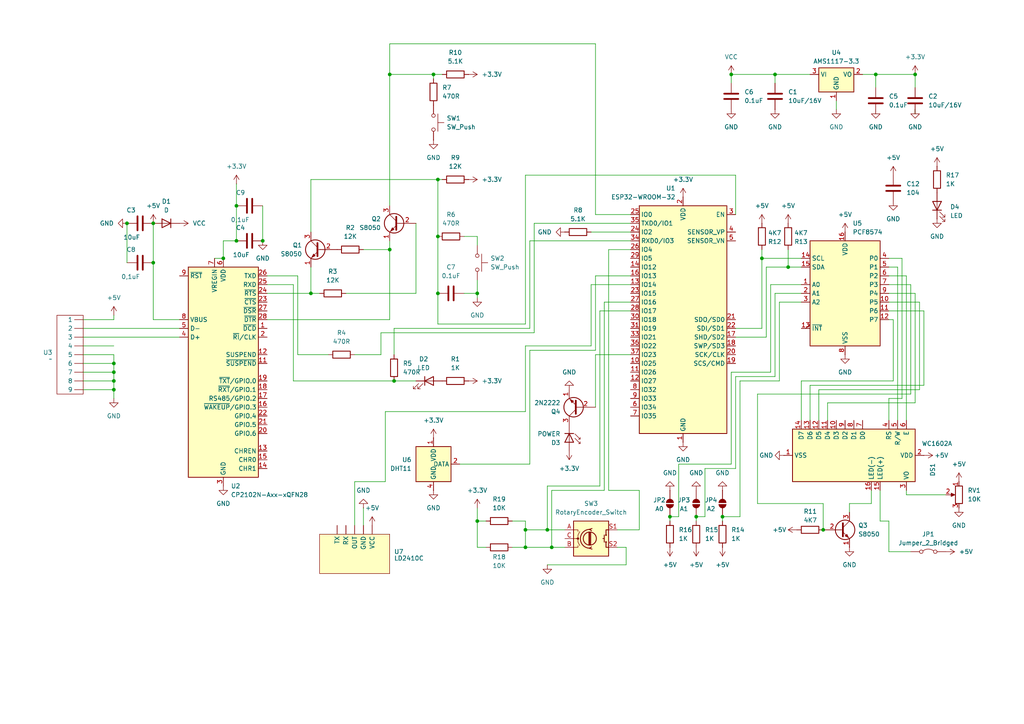
<source format=kicad_sch>
(kicad_sch (version 20231120) (generator "eeschema") (generator_version "8.0")
  (paper "A4")
  (title_block (title "ESP32 IR AC Controller") (date "2024-12-13") (rev "1") (company "Pietro Colombo") (comment 1 "Embedded Systems @ UNIMI") (comment 2 "Course final project"))
  (junction (at 36.83 64.77))
  (junction (at 127 68.58))
  (junction (at 68.58 59.69))
  (junction (at 125.73 21.59))
  (junction (at 68.58 69.85))
  (junction (at 33.02 107.95))
  (junction (at 127 85.09))
  (junction (at 160.02 158.75))
  (junction (at 44.45 76.2))
  (junction (at 113.03 72.39))
  (junction (at 114.3 110.49))
  (junction (at 90.17 85.09))
  (junction (at 254 21.59))
  (junction (at 127 52.07))
  (junction (at 44.45 64.77))
  (junction (at 113.03 21.59))
  (junction (at 138.43 151.13))
  (junction (at 33.02 113.03))
  (junction (at 76.2 69.85))
  (junction (at 212.09 21.59))
  (junction (at 138.43 85.09))
  (junction (at 194.31 149.86))
  (junction (at 33.02 105.41))
  (junction (at 265.43 21.59))
  (junction (at 201.93 149.86))
  (junction (at 33.02 110.49))
  (junction (at 158.75 153.67))
  (junction (at 64.77 74.93))
  (junction (at 238.76 153.67))
  (junction (at 224.79 21.59))
  (junction (at 152.4 158.75))
  (junction (at 152.4 153.67))
  (junction (at 220.98 74.93))
  (junction (at 228.6 77.47))
  (junction (at 209.55 149.86))
  (wire (pts (xy 182.88 62.23) (xy 172.72 62.23)))
  (wire (pts (xy 85.09 110.49) (xy 85.09 82.55)))
  (wire (pts (xy 77.47 92.71) (xy 113.03 92.71)))
  (wire (pts (xy 127 85.09) (xy 127 93.98)))
  (wire (pts (xy 266.7 113.03) (xy 266.7 87.63)))
  (wire (pts (xy 125.73 21.59) (xy 128.27 21.59)))
  (wire (pts (xy 114.3 102.87) (xy 114.3 95.25)))
  (wire (pts (xy 224.79 85.09) (xy 224.79 109.22)))
  (wire (pts (xy 240.03 121.92) (xy 240.03 116.84)))
  (wire (pts (xy 127 52.07) (xy 128.27 52.07)))
  (wire (pts (xy 237.49 121.92) (xy 237.49 113.03)))
  (wire (pts (xy 181.61 163.83) (xy 181.61 158.75)))
  (wire (pts (xy 261.62 115.57) (xy 261.62 74.93)))
  (wire (pts (xy 44.45 64.77) (xy 44.45 76.2)))
  (wire (pts (xy 68.58 59.69) (xy 68.58 69.85)))
  (wire (pts (xy 220.98 72.39) (xy 220.98 74.93)))
  (wire (pts (xy 76.2 59.69) (xy 76.2 69.85)))
  (wire (pts (xy 85.09 82.55) (xy 77.47 82.55)))
  (wire (pts (xy 33.02 107.95) (xy 33.02 110.49)))
  (wire (pts (xy 125.73 22.86) (xy 125.73 21.59)))
  (wire (pts (xy 114.3 110.49) (xy 85.09 110.49)))
  (wire (pts (xy 138.43 85.09) (xy 134.62 85.09)))
  (wire (pts (xy 138.43 147.32) (xy 138.43 151.13)))
  (wire (pts (xy 36.83 64.77) (xy 36.83 76.2)))
  (wire (pts (xy 255.27 151.13) (xy 257.81 151.13)))
  (wire (pts (xy 212.09 24.13) (xy 212.09 21.59)))
  (wire (pts (xy 111.76 119.38) (xy 111.76 139.7)))
  (wire (pts (xy 158.75 153.67) (xy 158.75 140.97)))
  (wire (pts (xy 77.47 80.01) (xy 86.36 80.01)))
  (wire (pts (xy 182.88 82.55) (xy 171.45 82.55)))
  (wire (pts (xy 185.42 153.67) (xy 185.42 142.24)))
  (wire (pts (xy 68.58 69.85) (xy 64.77 69.85)))
  (wire (pts (xy 257.81 121.92) (xy 257.81 115.57)))
  (wire (pts (xy 262.89 143.51) (xy 274.32 143.51)))
  (wire (pts (xy 113.03 72.39) (xy 105.41 72.39)))
  (wire (pts (xy 264.16 82.55) (xy 257.81 82.55)))
  (wire (pts (xy 153.67 69.85) (xy 182.88 69.85)))
  (wire (pts (xy 224.79 109.22) (xy 213.36 109.22)))
  (wire (pts (xy 33.02 105.41) (xy 33.02 107.95)))
  (wire (pts (xy 176.53 142.24) (xy 176.53 72.39)))
  (wire (pts (xy 172.72 80.01) (xy 172.72 101.6)))
  (wire (pts (xy 172.72 118.11) (xy 172.72 102.87)))
  (wire (pts (xy 259.08 92.71) (xy 257.81 92.71)))
  (wire (pts (xy 68.58 53.34) (xy 68.58 59.69)))
  (wire (pts (xy 62.23 74.93) (xy 64.77 74.93)))
  (wire (pts (xy 33.02 113.03) (xy 33.02 115.57)))
  (wire (pts (xy 24.13 102.87) (xy 33.02 102.87)))
  (wire (pts (xy 33.02 92.71) (xy 33.02 91.44)))
  (wire (pts (xy 127 93.98) (xy 152.4 93.98)))
  (wire (pts (xy 148.59 151.13) (xy 152.4 151.13)))
  (wire (pts (xy 265.43 85.09) (xy 257.81 85.09)))
  (wire (pts (xy 24.13 97.79) (xy 52.07 97.79)))
  (wire (pts (xy 254 21.59) (xy 254 25.4)))
  (wire (pts (xy 250.19 21.59) (xy 254 21.59)))
  (wire (pts (xy 267.97 90.17) (xy 257.81 90.17)))
  (wire (pts (xy 213.36 109.22) (xy 213.36 135.89)))
  (wire (pts (xy 219.71 114.3) (xy 264.16 114.3)))
  (wire (pts (xy 152.4 119.38) (xy 111.76 119.38)))
  (wire (pts (xy 138.43 68.58) (xy 138.43 71.12)))
  (wire (pts (xy 113.03 12.7) (xy 113.03 21.59)))
  (wire (pts (xy 114.3 95.25) (xy 153.67 95.25)))
  (wire (pts (xy 90.17 77.47) (xy 90.17 85.09)))
  (wire (pts (xy 234.95 111.76) (xy 267.97 111.76)))
  (wire (pts (xy 223.52 82.55) (xy 223.52 107.95)))
  (wire (pts (xy 152.4 158.75) (xy 160.02 158.75)))
  (wire (pts (xy 232.41 110.49) (xy 259.08 110.49)))
  (wire (pts (xy 196.85 149.86) (xy 194.31 149.86)))
  (wire (pts (xy 140.97 158.75) (xy 138.43 158.75)))
  (wire (pts (xy 153.67 101.6) (xy 172.72 101.6)))
  (wire (pts (xy 64.77 69.85) (xy 64.77 74.93)))
  (wire (pts (xy 259.08 110.49) (xy 259.08 92.71)))
  (wire (pts (xy 134.62 68.58) (xy 138.43 68.58)))
  (wire (pts (xy 232.41 87.63) (xy 226.06 87.63)))
  (wire (pts (xy 173.99 90.17) (xy 182.88 90.17)))
  (wire (pts (xy 173.99 140.97) (xy 173.99 90.17)))
  (wire (pts (xy 179.07 153.67) (xy 185.42 153.67)))
  (wire (pts (xy 154.94 96.52) (xy 154.94 64.77)))
  (wire (pts (xy 260.35 121.92) (xy 260.35 77.47)))
  (wire (pts (xy 242.57 29.21) (xy 242.57 31.75)))
  (wire (pts (xy 257.81 160.02) (xy 264.16 160.02)))
  (wire (pts (xy 194.31 149.86) (xy 194.31 151.13)))
  (wire (pts (xy 224.79 21.59) (xy 224.79 24.13)))
  (wire (pts (xy 266.7 87.63) (xy 257.81 87.63)))
  (wire (pts (xy 220.98 95.25) (xy 213.36 95.25)))
  (wire (pts (xy 212.09 107.95) (xy 212.09 134.62)))
  (wire (pts (xy 240.03 116.84) (xy 265.43 116.84)))
  (wire (pts (xy 105.41 147.32) (xy 105.41 152.4)))
  (wire (pts (xy 261.62 74.93) (xy 257.81 74.93)))
  (wire (pts (xy 234.95 121.92) (xy 234.95 111.76)))
  (wire (pts (xy 24.13 95.25) (xy 52.07 95.25)))
  (wire (pts (xy 232.41 121.92) (xy 232.41 110.49)))
  (wire (pts (xy 24.13 110.49) (xy 33.02 110.49)))
  (wire (pts (xy 160.02 142.24) (xy 175.26 142.24)))
  (wire (pts (xy 152.4 153.67) (xy 158.75 153.67)))
  (wire (pts (xy 209.55 149.86) (xy 209.55 151.13)))
  (wire (pts (xy 102.87 139.7) (xy 102.87 152.4)))
  (wire (pts (xy 52.07 92.71) (xy 44.45 92.71)))
  (wire (pts (xy 201.93 149.86) (xy 201.93 151.13)))
  (wire (pts (xy 232.41 85.09) (xy 224.79 85.09)))
  (wire (pts (xy 222.25 97.79) (xy 222.25 77.47)))
  (wire (pts (xy 214.63 110.49) (xy 214.63 149.86)))
  (wire (pts (xy 181.61 158.75) (xy 179.07 158.75)))
  (wire (pts (xy 138.43 151.13) (xy 140.97 151.13)))
  (wire (pts (xy 204.47 135.89) (xy 204.47 149.86)))
  (wire (pts (xy 158.75 163.83) (xy 181.61 163.83)))
  (wire (pts (xy 77.47 85.09) (xy 90.17 85.09)))
  (wire (pts (xy 90.17 52.07) (xy 127 52.07)))
  (wire (pts (xy 196.85 134.62) (xy 196.85 149.86)))
  (wire (pts (xy 138.43 158.75) (xy 138.43 151.13)))
  (wire (pts (xy 90.17 67.31) (xy 90.17 52.07)))
  (wire (pts (xy 257.81 115.57) (xy 261.62 115.57)))
  (wire (pts (xy 176.53 72.39) (xy 182.88 72.39)))
  (wire (pts (xy 226.06 110.49) (xy 214.63 110.49)))
  (wire (pts (xy 152.4 153.67) (xy 152.4 158.75)))
  (wire (pts (xy 152.4 100.33) (xy 152.4 119.38)))
  (wire (pts (xy 255.27 142.24) (xy 255.27 151.13)))
  (wire (pts (xy 267.97 111.76) (xy 267.97 90.17)))
  (wire (pts (xy 120.65 85.09) (xy 100.33 85.09)))
  (wire (pts (xy 127 52.07) (xy 127 68.58)))
  (wire (pts (xy 234.95 21.59) (xy 224.79 21.59)))
  (wire (pts (xy 113.03 59.69) (xy 113.03 21.59)))
  (wire (pts (xy 254 31.75) (xy 254 33.02)))
  (wire (pts (xy 265.43 21.59) (xy 254 21.59)))
  (wire (pts (xy 113.03 21.59) (xy 125.73 21.59)))
  (wire (pts (xy 232.41 74.93) (xy 220.98 74.93)))
  (wire (pts (xy 228.6 77.47) (xy 232.41 77.47)))
  (wire (pts (xy 33.02 102.87) (xy 33.02 105.41)))
  (wire (pts (xy 252.73 142.24) (xy 252.73 146.05)))
  (wire (pts (xy 172.72 80.01) (xy 182.88 80.01)))
  (wire (pts (xy 213.36 50.8) (xy 213.36 62.23)))
  (wire (pts (xy 265.43 25.4) (xy 265.43 21.59)))
  (wire (pts (xy 33.02 100.33) (xy 24.13 100.33)))
  (wire (pts (xy 102.87 102.87) (xy 110.49 102.87)))
  (wire (pts (xy 110.49 102.87) (xy 110.49 96.52)))
  (wire (pts (xy 160.02 158.75) (xy 163.83 158.75)))
  (wire (pts (xy 228.6 72.39) (xy 228.6 77.47)))
  (wire (pts (xy 113.03 92.71) (xy 113.03 72.39)))
  (wire (pts (xy 111.76 139.7) (xy 102.87 139.7)))
  (wire (pts (xy 153.67 95.25) (xy 153.67 69.85)))
  (wire (pts (xy 90.17 85.09) (xy 92.71 85.09)))
  (wire (pts (xy 154.94 64.77) (xy 182.88 64.77)))
  (wire (pts (xy 171.45 100.33) (xy 152.4 100.33)))
  (wire (pts (xy 213.36 97.79) (xy 222.25 97.79)))
  (wire (pts (xy 232.41 82.55) (xy 223.52 82.55)))
  (wire (pts (xy 172.72 62.23) (xy 172.72 12.7)))
  (wire (pts (xy 133.35 134.62) (xy 153.67 134.62)))
  (wire (pts (xy 86.36 102.87) (xy 95.25 102.87)))
  (wire (pts (xy 223.52 107.95) (xy 212.09 107.95)))
  (wire (pts (xy 171.45 67.31) (xy 182.88 67.31)))
  (wire (pts (xy 44.45 92.71) (xy 44.45 76.2)))
  (wire (pts (xy 238.76 146.05) (xy 238.76 153.67)))
  (wire (pts (xy 113.03 69.85) (xy 113.03 72.39)))
  (wire (pts (xy 138.43 86.36) (xy 138.43 85.09)))
  (wire (pts (xy 160.02 158.75) (xy 160.02 142.24)))
  (wire (pts (xy 213.36 135.89) (xy 204.47 135.89)))
  (wire (pts (xy 257.81 151.13) (xy 257.81 160.02)))
  (wire (pts (xy 212.09 134.62) (xy 196.85 134.62)))
  (wire (pts (xy 246.38 146.05) (xy 246.38 148.59)))
  (wire (pts (xy 226.06 87.63) (xy 226.06 110.49)))
  (wire (pts (xy 152.4 93.98) (xy 152.4 50.8)))
  (wire (pts (xy 214.63 149.86) (xy 209.55 149.86)))
  (wire (pts (xy 172.72 12.7) (xy 113.03 12.7)))
  (wire (pts (xy 237.49 113.03) (xy 266.7 113.03)))
  (wire (pts (xy 158.75 140.97) (xy 173.99 140.97)))
  (wire (pts (xy 158.75 153.67) (xy 163.83 153.67)))
  (wire (pts (xy 175.26 87.63) (xy 182.88 87.63)))
  (wire (pts (xy 238.76 146.05) (xy 219.71 146.05)))
  (wire (pts (xy 262.89 121.92) (xy 262.89 80.01)))
  (wire (pts (xy 204.47 149.86) (xy 201.93 149.86)))
  (wire (pts (xy 152.4 50.8) (xy 213.36 50.8)))
  (wire (pts (xy 262.89 142.24) (xy 262.89 143.51)))
  (wire (pts (xy 175.26 142.24) (xy 175.26 87.63)))
  (wire (pts (xy 172.72 102.87) (xy 182.88 102.87)))
  (wire (pts (xy 252.73 146.05) (xy 246.38 146.05)))
  (wire (pts (xy 24.13 105.41) (xy 33.02 105.41)))
  (wire (pts (xy 260.35 77.47) (xy 257.81 77.47)))
  (wire (pts (xy 212.09 21.59) (xy 224.79 21.59)))
  (wire (pts (xy 110.49 96.52) (xy 154.94 96.52)))
  (wire (pts (xy 24.13 107.95) (xy 33.02 107.95)))
  (wire (pts (xy 262.89 80.01) (xy 257.81 80.01)))
  (wire (pts (xy 265.43 31.75) (xy 265.43 33.02)))
  (wire (pts (xy 219.71 146.05) (xy 219.71 114.3)))
  (wire (pts (xy 220.98 74.93) (xy 220.98 95.25)))
  (wire (pts (xy 33.02 113.03) (xy 24.13 113.03)))
  (wire (pts (xy 24.13 92.71) (xy 33.02 92.71)))
  (wire (pts (xy 264.16 114.3) (xy 264.16 82.55)))
  (wire (pts (xy 148.59 158.75) (xy 152.4 158.75)))
  (wire (pts (xy 153.67 134.62) (xy 153.67 101.6)))
  (wire (pts (xy 171.45 82.55) (xy 171.45 100.33)))
  (wire (pts (xy 138.43 81.28) (xy 138.43 85.09)))
  (wire (pts (xy 120.65 64.77) (xy 120.65 85.09)))
  (wire (pts (xy 185.42 142.24) (xy 176.53 142.24)))
  (wire (pts (xy 265.43 116.84) (xy 265.43 85.09)))
  (wire (pts (xy 222.25 77.47) (xy 228.6 77.47)))
  (wire (pts (xy 127 68.58) (xy 127 85.09)))
  (wire (pts (xy 152.4 151.13) (xy 152.4 153.67)))
  (wire (pts (xy 33.02 110.49) (xy 33.02 113.03)))
  (wire (pts (xy 86.36 80.01) (xy 86.36 102.87)))
  (wire (pts (xy 120.65 110.49) (xy 114.3 110.49)))
  (symbol (lib_id "power:+3.3V") (at 135.89 52.07 270) (unit 1)
    (property "Reference" "#PWR018" (effects (hide yes)))
    (property "Value" "+3.3V" (at 139.7 52.0699 90) (effects (justify left)))
    (property "Description" "Power symbol creates a global label with name \"+3.3V\"" (effects (hide yes)))
  )
  (symbol (lib_id "Device:C") (at 212.09 27.94 0) (unit 1)
    (property "Reference" "C6" (at 215.9 26.6699 0) (effects (justify left)))
    (property "Value" "0.1uF" (at 215.9 29.2099 0) (effects (justify left)))
    (property "Description" "Unpolarized capacitor" (effects (hide yes)))
  )
  (symbol (lib_id "power:GND") (at 198.12 128.27 0) (mirror y) (unit 1)
    (property "Reference" "#PWR011" (effects (hide yes)))
    (property "Value" "GND" (at 198.12 133.35 0))
    (property "Description" "Power symbol creates a global label with name \"GND\" , ground" (effects (hide yes)))
  )
  (symbol (lib_id "power:+5V") (at 278.13 139.7 0) (mirror y) (unit 1)
    (property "Reference" "#PWR034" (effects (hide yes)))
    (property "Value" "+5V" (at 278.13 134.62 0))
    (property "Description" "Power symbol creates a global label with name \"+5V\"" (effects (hide yes)))
  )
  (symbol (lib_id "Jumper:Jumper_2_Bridged") (at 269.24 160.02 0) (unit 1) (exclude_from_sim yes)
    (property "Reference" "JP1" (at 269.24 154.94 0))
    (property "Value" "Jumper_2_Bridged" (at 269.24 157.48 0))
    (property "Description" "Jumper, 2-pole, closed/bridged" (effects (hide yes)))
  )
  (symbol (lib_id "Switch:SW_Push") (at 138.43 76.2 270) (unit 1)
    (property "Reference" "SW2" (at 142.24 74.9299 90) (effects (justify left)))
    (property "Value" "SW_Push" (at 142.24 77.4699 90) (effects (justify left)))
    (property "Description" "Push button switch, generic, two pins" (effects (hide yes)))
  )
  (symbol (lib_id "power:GND") (at 278.13 147.32 0) (mirror y) (unit 1)
    (property "Reference" "#PWR038" (effects (hide yes)))
    (property "Value" "GND" (at 278.13 152.4 0))
    (property "Description" "Power symbol creates a global label with name \"GND\" , ground" (effects (hide yes)))
  )
  (symbol (lib_id "Switch:SW_Push") (at 125.73 35.56 270) (unit 1)
    (property "Reference" "SW1" (at 129.54 34.2899 90) (effects (justify left)))
    (property "Value" "SW_Push" (at 129.54 36.8299 90) (effects (justify left)))
    (property "Description" "Push button switch, generic, two pins" (effects (hide yes)))
  )
  (symbol (lib_id "Device:R") (at 167.64 67.31 90) (unit 1)
    (property "Reference" "R8" (at 167.64 60.96 90))
    (property "Value" "5.1K" (at 167.64 63.5 90))
    (property "Description" "Resistor" (effects (hide yes)))
  )
  (symbol (lib_id "power:GND") (at 125.73 142.24 0) (unit 1)
    (property "Reference" "#PWR050" (effects (hide yes)))
    (property "Value" "GND" (at 125.73 147.32 0))
    (property "Description" "Power symbol creates a global label with name \"GND\" , ground" (effects (hide yes)))
  )
  (symbol (lib_id "power:+5V") (at 259.08 50.8 0) (unit 1)
    (property "Reference" "#PWR026" (effects (hide yes)))
    (property "Value" "+5V" (at 259.08 45.72 0))
    (property "Description" "Power symbol creates a global label with name \"+5V\"" (effects (hide yes)))
  )
  (symbol (lib_id "Device:R") (at 132.08 52.07 90) (unit 1)
    (property "Reference" "R9" (at 132.08 45.72 90))
    (property "Value" "12K" (at 132.08 48.26 90))
    (property "Description" "Resistor" (effects (hide yes)))
  )
  (symbol (lib_id "power:+5V") (at 245.11 67.31 0) (unit 1)
    (property "Reference" "#PWR025" (effects (hide yes)))
    (property "Value" "+5V" (at 245.11 62.23 0))
    (property "Description" "Power symbol creates a global label with name \"+5V\"" (effects (hide yes)))
  )
  (symbol (lib_id "power:GND") (at 259.08 58.42 0) (unit 1)
    (property "Reference" "#PWR039" (effects (hide yes)))
    (property "Value" "GND" (at 259.08 63.5 0))
    (property "Description" "Power symbol creates a global label with name \"GND\" , ground" (effects (hide yes)))
  )
  (symbol (lib_id "power:+5V") (at 194.31 158.75 0) (mirror x) (unit 1)
    (property "Reference" "#PWR027" (effects (hide yes)))
    (property "Value" "+5V" (at 194.31 163.83 0))
    (property "Description" "Power symbol creates a global label with name \"+5V\"" (effects (hide yes)))
  )
  (symbol (lib_id "power:GND") (at 254 31.75 0) (unit 1)
    (property "Reference" "#PWR05" (effects (hide yes)))
    (property "Value" "GND" (at 254 36.83 0))
    (property "Description" "Power symbol creates a global label with name \"GND\" , ground" (effects (hide yes)))
  )
  (symbol (lib_id "power:GND") (at 76.2 69.85 0) (unit 1)
    (property "Reference" "#PWR016" (effects (hide yes)))
    (property "Value" "GND" (at 76.2 74.93 0))
    (property "Description" "Power symbol creates a global label with name \"GND\" , ground" (effects (hide yes)))
  )
  (symbol (lib_id "power:+5V") (at 267.97 132.08 270) (unit 1)
    (property "Reference" "#PWR043" (effects (hide yes)))
    (property "Value" "+5V" (at 273.05 132.08 90))
    (property "Description" "Power symbol creates a global label with name \"+5V\"" (effects (hide yes)))
  )
  (symbol (lib_id "symbols:micro-USB") (at 33.02 96.52 0) (mirror y) (unit 1)
    (property "Reference" "U3" (at 15.24 102.2349 0) (effects (justify left)))
    (property "Value" "~" (at 15.24 104.14 0) (effects (justify left)))
  )
  (symbol (lib_id "power:GND") (at 105.41 147.32 0) (mirror x) (unit 1)
    (property "Reference" "#PWR052" (effects (hide yes)))
    (property "Value" "GND" (at 105.41 142.24 0))
    (property "Description" "Power symbol creates a global label with name \"GND\" , ground" (effects (hide yes)))
  )
  (symbol (lib_id "Interface_Expansion:PCF8574") (at 245.11 85.09 0) (unit 1)
    (property "Reference" "U5" (at 247.3041 64.77 0) (effects (justify left)))
    (property "Value" "PCF8574" (at 247.3041 67.31 0) (effects (justify left)))
    (property "Datasheet" "http://www.nxp.com/docs/en/data-sheet/PCF8574_PCF8574A.pdf" (effects (hide yes)))
    (property "Description" "8 Bit Port/Expander to I2C Bus, DIP/SOIC-16" (effects (hide yes)))
  )
  (symbol (lib_id "Device:R") (at 132.08 21.59 90) (unit 1)
    (property "Reference" "R10" (at 132.08 15.24 90))
    (property "Value" "5.1K" (at 132.08 17.78 90))
    (property "Description" "Resistor" (effects (hide yes)))
  )
  (symbol (lib_id "power:+5V") (at 228.6 64.77 0) (unit 1)
    (property "Reference" "#PWR031" (effects (hide yes)))
    (property "Value" "+5V" (at 228.6 59.69 0))
    (property "Description" "Power symbol creates a global label with name \"+5V\"" (effects (hide yes)))
  )
  (symbol (lib_id "power:GND") (at 265.43 31.75 0) (unit 1)
    (property "Reference" "#PWR06" (effects (hide yes)))
    (property "Value" "GND" (at 265.43 36.83 0))
    (property "Description" "Power symbol creates a global label with name \"GND\" , ground" (effects (hide yes)))
  )
  (symbol (lib_id "power:GND") (at 209.55 142.24 0) (mirror x) (unit 1)
    (property "Reference" "#PWR036" (effects (hide yes)))
    (property "Value" "GND" (at 209.55 137.16 0))
    (property "Description" "Power symbol creates a global label with name \"GND\" , ground" (effects (hide yes)))
  )
  (symbol (lib_id "Device:R") (at 201.93 154.94 0) (unit 1)
    (property "Reference" "R15" (at 204.47 153.6699 0) (effects (justify left)))
    (property "Value" "1K" (at 204.47 156.2099 0) (effects (justify left)))
    (property "Description" "Resistor" (effects (hide yes)))
  )
  (symbol (lib_id "power:+5V") (at 33.02 91.44 0) (mirror y) (unit 1)
    (property "Reference" "#PWR01" (effects (hide yes)))
    (property "Value" "+5V" (at 33.02 86.36 0))
    (property "Description" "Power symbol creates a global label with name \"+5V\"" (effects (hide yes)))
  )
  (symbol (lib_id "power:+3.3V") (at 198.12 57.15 0) (mirror y) (unit 1)
    (property "Reference" "#PWR010" (effects (hide yes)))
    (property "Value" "+3.3V" (at 198.12 52.07 0))
    (property "Description" "Power symbol creates a global label with name \"+3.3V\"" (effects (hide yes)))
  )
  (symbol (lib_id "Device:R") (at 194.31 154.94 0) (unit 1)
    (property "Reference" "R16" (at 196.85 153.6699 0) (effects (justify left)))
    (property "Value" "1K" (at 196.85 156.2099 0) (effects (justify left)))
    (property "Description" "Resistor" (effects (hide yes)))
  )
  (symbol (lib_id "Jumper:SolderJumper_2_Open") (at 201.93 146.05 90) (unit 1) (exclude_from_sim yes) (in_bom no)
    (property "Reference" "JP3" (at 198.374 145.034 90))
    (property "Value" "A1" (at 198.374 147.574 90))
    (property "Description" "Solder Jumper, 2-pole, open" (effects (hide yes)))
  )
  (symbol (lib_id "Device:C") (at 265.43 29.21 0) (unit 1)
    (property "Reference" "C2" (at 269.24 27.9399 0) (effects (justify left)))
    (property "Value" "10uF/16V" (at 269.24 30.4799 0) (effects (justify left)))
    (property "Description" "Unpolarized capacitor" (effects (hide yes)))
  )
  (symbol (lib_id "power:GND") (at 194.31 142.24 0) (mirror x) (unit 1)
    (property "Reference" "#PWR035" (effects (hide yes)))
    (property "Value" "GND" (at 194.31 137.16 0))
    (property "Description" "Power symbol creates a global label with name \"GND\" , ground" (effects (hide yes)))
  )
  (symbol (lib_id "Device:C") (at 72.39 69.85 90) (unit 1)
    (property "Reference" "C4" (at 71.1199 66.04 90) (effects (justify left)))
    (property "Value" "10uF" (at 72.39 73.914 90) (effects (justify left)))
    (property "Description" "Unpolarized capacitor" (effects (hide yes)))
  )
  (symbol (lib_id "Device:R") (at 209.55 154.94 0) (unit 1)
    (property "Reference" "R14" (at 212.09 153.6699 0) (effects (justify left)))
    (property "Value" "1K" (at 212.09 156.2099 0) (effects (justify left)))
    (property "Description" "Resistor" (effects (hide yes)))
  )
  (symbol (lib_id "power:GND") (at 271.78 63.5 0) (unit 1)
    (property "Reference" "#PWR040" (effects (hide yes)))
    (property "Value" "GND" (at 271.78 68.58 0))
    (property "Description" "Power symbol creates a global label with name \"GND\" , ground" (effects (hide yes)))
  )
  (symbol (lib_id "Transistor_BJT:2N2219") (at 167.64 118.11 180) (unit 1)
    (property "Reference" "Q4" (at 162.56 119.3801 0) (effects (justify left)))
    (property "Value" "2N2222" (at 162.56 116.8401 0) (effects (justify left)))
    (property "Footprint" "Package_TO_SOT_THT:TO-39-3" (effects (hide yes)))
    (property "Datasheet" "http://www.onsemi.com/pub_link/Collateral/2N2219-D.PDF" (effects (hide yes)))
    (property "Description" "800mA Ic, 50V Vce, NPN Transistor, TO-39" (effects (hide yes)))
  )
  (symbol (lib_id "power:GND") (at 201.93 142.24 0) (mirror x) (unit 1)
    (property "Reference" "#PWR037" (effects (hide yes)))
    (property "Value" "GND" (at 201.93 137.16 0))
    (property "Description" "Power symbol creates a global label with name \"GND\" , ground" (effects (hide yes)))
  )
  (symbol (lib_id "power:+5V") (at 231.14 153.67 90) (unit 1)
    (property "Reference" "#PWR033" (effects (hide yes)))
    (property "Value" "+5V" (at 226.06 153.67 90))
    (property "Description" "Power symbol creates a global label with name \"+5V\"" (effects (hide yes)))
  )
  (symbol (lib_id "Device:C") (at 254 29.21 0) (unit 1)
    (property "Reference" "C5" (at 257.81 27.9399 0) (effects (justify left)))
    (property "Value" "0.1uF" (at 257.81 30.4799 0) (effects (justify left)))
    (property "Description" "Unpolarized capacitor" (effects (hide yes)))
  )
  (symbol (lib_id "power:+5V") (at 209.55 158.75 0) (mirror x) (unit 1)
    (property "Reference" "#PWR029" (effects (hide yes)))
    (property "Value" "+5V" (at 209.55 163.83 0))
    (property "Description" "Power symbol creates a global label with name \"+5V\"" (effects (hide yes)))
  )
  (symbol (lib_id "power:GND") (at 165.1 113.03 180) (unit 1)
    (property "Reference" "#PWR048" (effects (hide yes)))
    (property "Value" "GND" (at 165.1 107.95 0))
    (property "Description" "Power symbol creates a global label with name \"GND\" , ground" (effects (hide yes)))
  )
  (symbol (lib_id "power:GND") (at 125.73 40.64 0) (unit 1)
    (property "Reference" "#PWR020" (effects (hide yes)))
    (property "Value" "GND" (at 125.73 45.72 0))
    (property "Description" "Power symbol creates a global label with name \"GND\" , ground" (effects (hide yes)))
  )
  (symbol (lib_id "power:+3.3V") (at 135.89 110.49 270) (unit 1)
    (property "Reference" "#PWR022" (effects (hide yes)))
    (property "Value" "+3.3V" (at 139.7 110.4899 90) (effects (justify left)))
    (property "Description" "Power symbol creates a global label with name \"+3.3V\"" (effects (hide yes)))
  )
  (symbol (lib_id "Transistor_BJT:S8050") (at 115.57 64.77 0) (mirror y) (unit 1)
    (property "Reference" "Q2" (at 110.49 63.4999 0) (effects (justify left)))
    (property "Value" "S8050" (at 110.49 66.0399 0) (effects (justify left)))
    (property "Footprint" "Package_TO_SOT_THT:TO-92_Inline" (effects (hide yes)))
    (property "Datasheet" "http://www.unisonic.com.tw/datasheet/S8050.pdf" (effects (hide yes)))
    (property "Description" "0.7A Ic, 20V Vce, Low Voltage High Current NPN Transistor, TO-92" (effects (hide yes)))
  )
  (symbol (lib_id "Display_Character:WC1602A") (at 247.65 132.08 270) (unit 1)
    (property "Reference" "DS1" (at 270.51 134.2741 0) (effects (justify left)))
    (property "Value" "WC1602A" (at 267.335 128.651 90) (effects (justify left)))
    (property "Footprint" "Display:WC1602A" (effects (hide yes)))
    (property "Datasheet" "http://www.wincomlcd.com/pdf/WC1602A-SFYLYHTC06.pdf" (effects (hide yes)))
    (property "Description" "LCD 16x2 Alphanumeric , 8 bit parallel bus, 5V VDD" (effects (hide yes)))
  )
  (symbol (lib_id "power:+5V") (at 271.78 48.26 0) (unit 1)
    (property "Reference" "#PWR044" (effects (hide yes)))
    (property "Value" "+5V" (at 271.78 43.18 0))
    (property "Description" "Power symbol creates a global label with name \"+5V\"" (effects (hide yes)))
  )
  (symbol (lib_id "power:GND") (at 163.83 67.31 270) (unit 1)
    (property "Reference" "#PWR023" (effects (hide yes)))
    (property "Value" "GND" (at 160.02 67.3099 90) (effects (justify right)))
    (property "Description" "Power symbol creates a global label with name \"GND\" , ground" (effects (hide yes)))
  )
  (symbol (lib_id "Device:C") (at 40.64 64.77 90) (unit 1)
    (property "Reference" "C3" (at 39.3699 60.96 90) (effects (justify left)))
    (property "Value" "10uF" (at 40.64 68.834 90) (effects (justify left)))
    (property "Description" "Unpolarized capacitor" (effects (hide yes)))
  )
  (symbol (lib_id "power:VCC") (at 212.09 21.59 0) (unit 1)
    (property "Reference" "#PWR09" (effects (hide yes)))
    (property "Value" "VCC" (at 212.09 16.51 0))
    (property "Description" "Power symbol creates a global label with name \"VCC\"" (effects (hide yes)))
  )
  (symbol (lib_id "power:+5V") (at 274.32 160.02 270) (unit 1)
    (property "Reference" "#PWR032" (effects (hide yes)))
    (property "Value" "+5V" (at 278.13 160.0199 90) (effects (justify left)))
    (property "Description" "Power symbol creates a global label with name \"+5V\"" (effects (hide yes)))
  )
  (symbol (lib_id "Device:R") (at 144.78 151.13 90) (unit 1)
    (property "Reference" "R19" (at 144.78 144.78 90))
    (property "Value" "10K" (at 144.78 147.32 90))
    (property "Description" "Resistor" (effects (hide yes)))
  )
  (symbol (lib_id "Device:R") (at 96.52 85.09 90) (unit 1)
    (property "Reference" "R3" (at 96.52 78.74 90))
    (property "Value" "12K" (at 96.52 81.28 90))
    (property "Description" "Resistor" (effects (hide yes)))
  )
  (symbol (lib_id "power:GND") (at 224.79 31.75 0) (unit 1)
    (property "Reference" "#PWR03" (effects (hide yes)))
    (property "Value" "GND" (at 224.79 36.83 0))
    (property "Description" "Power symbol creates a global label with name \"GND\" , ground" (effects (hide yes)))
  )
  (symbol (lib_id "power:GND") (at 138.43 86.36 0) (unit 1)
    (property "Reference" "#PWR019" (effects (hide yes)))
    (property "Value" "GND" (at 138.43 91.44 0))
    (property "Description" "Power symbol creates a global label with name \"GND\" , ground" (effects (hide yes)))
  )
  (symbol (lib_id "Device:R") (at 271.78 52.07 0) (unit 1)
    (property "Reference" "R17" (at 274.32 50.7999 0) (effects (justify left)))
    (property "Value" "1K" (at 274.32 53.3399 0) (effects (justify left)))
    (property "Description" "Resistor" (effects (hide yes)))
  )
  (symbol (lib_id "Device:RotaryEncoder_Switch") (at 171.45 156.21 0) (unit 1)
    (property "Reference" "SW3" (at 171.45 146.05 0))
    (property "Value" "RotaryEncoder_Switch" (at 171.45 148.59 0))
    (property "Description" "Rotary encoder, dual channel, incremental quadrate outputs, with switch" (effects (hide yes)))
  )
  (symbol (lib_id "RF_Module:ESP32-WROOM-32") (at 198.12 92.71 0) (mirror y) (unit 1)
    (property "Reference" "U1" (at 195.9259 54.61 0) (effects (justify left)))
    (property "Value" "ESP32-WROOM-32" (at 195.9259 57.15 0) (effects (justify left)))
    (property "Footprint" "RF_Module:ESP32-WROOM-32" (effects (hide yes)))
    (property "Datasheet" "https://www.espressif.com/sites/default/files/documentation/esp32-wroom-32_datasheet_en.pdf" (effects (hide yes)))
    (property "Description" "RF Module, ESP32-D0WDQ6 SoC, Wi-Fi 802.11b/g/n, Bluetooth, BLE, 32-bit, 2.7-3.6V, onboard antenna, SMD" (effects (hide yes)))
  )
  (symbol (lib_id "Device:C") (at 224.79 27.94 0) (unit 1)
    (property "Reference" "C1" (at 228.6 26.6699 0) (effects (justify left)))
    (property "Value" "10uF/16V" (at 228.6 29.2099 0) (effects (justify left)))
    (property "Description" "Unpolarized capacitor" (effects (hide yes)))
  )
  (symbol (lib_id "Device:R") (at 99.06 102.87 90) (unit 1)
    (property "Reference" "R4" (at 99.06 96.52 90))
    (property "Value" "470R" (at 99.06 99.06 90))
    (property "Description" "Resistor" (effects (hide yes)))
  )
  (symbol (lib_id "power:+3.3V") (at 165.1 130.81 180) (unit 1)
    (property "Reference" "#PWR047" (effects (hide yes)))
    (property "Value" "+3.3V" (at 165.1 135.89 0))
    (property "Description" "Power symbol creates a global label with name \"+3.3V\"" (effects (hide yes)))
  )
  (symbol (lib_id "power:+3.3V") (at 138.43 147.32 0) (unit 1)
    (property "Reference" "#PWR046" (effects (hide yes)))
    (property "Value" "+3.3V" (at 138.43 142.24 0))
    (property "Description" "Power symbol creates a global label with name \"+3.3V\"" (effects (hide yes)))
  )
  (symbol (lib_id "power:GND") (at 158.75 163.83 0) (unit 1)
    (property "Reference" "#PWR045" (effects (hide yes)))
    (property "Value" "GND" (at 158.75 168.91 0))
    (property "Description" "Power symbol creates a global label with name \"GND\" , ground" (effects (hide yes)))
  )
  (symbol (lib_id "Regulator_Linear:AMS1117-3.3") (at 242.57 21.59 0) (unit 1)
    (property "Reference" "U4" (at 242.57 15.24 0))
    (property "Value" "AMS1117-3.3" (at 242.57 17.78 0))
    (property "Footprint" "Package_TO_SOT_SMD:SOT-223-3_TabPin2" (effects (hide yes)))
    (property "Datasheet" "http://www.advanced-monolithic.com/pdf/ds1117.pdf" (effects (hide yes)))
    (property "Description" "1A Low Dropout regulator, positive, 3.3V fixed output, SOT-223" (effects (hide yes)))
  )
  (symbol (lib_id "power:GND") (at 64.77 140.97 0) (unit 1)
    (property "Reference" "#PWR017" (effects (hide yes)))
    (property "Value" "GND" (at 64.77 146.05 0))
    (property "Description" "Power symbol creates a global label with name \"GND\" , ground" (effects (hide yes)))
  )
  (symbol (lib_id "Device:R") (at 114.3 106.68 0) (unit 1)
    (property "Reference" "R5" (at 116.84 105.4099 0) (effects (justify left)))
    (property "Value" "470R" (at 116.84 107.9499 0) (effects (justify left)))
    (property "Description" "Resistor" (effects (hide yes)))
  )
  (symbol (lib_id "Device:R") (at 228.6 68.58 0) (unit 1)
    (property "Reference" "R13" (at 230.378 70.104 0) (effects (justify left)))
    (property "Value" "4K7" (at 230.378 67.564 0) (effects (justify left)))
    (property "Description" "Resistor" (effects (hide yes)))
  )
  (symbol (lib_id "Sensor:DHT11") (at 125.73 134.62 0) (unit 1)
    (property "Reference" "U6" (at 119.38 133.3499 0) (effects (justify right)))
    (property "Value" "DHT11" (at 119.38 135.8899 0) (effects (justify right)))
    (property "Footprint" "Sensor:Aosong_DHT11_5.5x12.0_P2.54mm" (effects (hide yes)))
    (property "Datasheet" "http://akizukidenshi.com/download/ds/aosong/DHT11.pdf" (effects (hide yes)))
    (property "Description" "3.3V to 5.5V, temperature and humidity module, DHT11" (effects (hide yes)))
  )
  (symbol (lib_id "Device:R") (at 101.6 72.39 90) (unit 1)
    (property "Reference" "R2" (at 101.6 66.04 90))
    (property "Value" "12K" (at 101.6 68.58 90))
    (property "Description" "Resistor" (effects (hide yes)))
  )
  (symbol (lib_id "Interface_USB:CP2102N-Axx-xQFN28") (at 64.77 107.95 0) (unit 1)
    (property "Reference" "U2" (at 66.9641 140.97 0) (effects (justify left)))
    (property "Value" "CP2102N-Axx-xQFN28" (at 66.9641 143.51 0) (effects (justify left)))
    (property "Footprint" "Package_DFN_QFN:QFN-28-1EP_5x5mm_P0.5mm_EP3.35x3.35mm" (effects (hide yes)))
    (property "Datasheet" "https://www.silabs.com/documents/public/data-sheets/cp2102n-datasheet.pdf" (effects (hide yes)))
    (property "Description" "USB to UART master bridge, QFN-28" (effects (hide yes)))
  )
  (symbol (lib_id "Device:C") (at 130.81 85.09 90) (unit 1)
    (property "Reference" "C7" (at 130.81 77.47 90))
    (property "Value" "0.1uF" (at 130.81 80.01 90))
    (property "Description" "Unpolarized capacitor" (effects (hide yes)))
  )
  (symbol (lib_id "power:+5V") (at 220.98 64.77 0) (unit 1)
    (property "Reference" "#PWR030" (effects (hide yes)))
    (property "Value" "+5V" (at 220.98 59.69 0))
    (property "Description" "Power symbol creates a global label with name \"+5V\"" (effects (hide yes)))
  )
  (symbol (lib_id "power:+5V") (at 107.95 152.4 0) (unit 1)
    (property "Reference" "#PWR051" (effects (hide yes)))
    (property "Value" "+5V" (at 107.95 147.32 0))
    (property "Description" "Power symbol creates a global label with name \"+5V\"" (effects (hide yes)))
  )
  (symbol (lib_id "power:GND") (at 33.02 115.57 0) (mirror y) (unit 1)
    (property "Reference" "#PWR02" (effects (hide yes)))
    (property "Value" "GND" (at 33.02 120.65 0))
    (property "Description" "Power symbol creates a global label with name \"GND\" , ground" (effects (hide yes)))
  )
  (symbol (lib_id "Device:R") (at 144.78 158.75 90) (unit 1)
    (property "Reference" "R18" (at 144.78 161.544 90))
    (property "Value" "10K" (at 144.78 164.084 90))
    (property "Description" "Resistor" (effects (hide yes)))
  )
  (symbol (lib_id "power:GND") (at 246.38 158.75 0) (unit 1)
    (property "Reference" "#PWR041" (effects (hide yes)))
    (property "Value" "GND" (at 246.38 163.83 0))
    (property "Description" "Power symbol creates a global label with name \"GND\" , ground" (effects (hide yes)))
  )
  (symbol (lib_id "power:+5V") (at 201.93 158.75 0) (mirror x) (unit 1)
    (property "Reference" "#PWR028" (effects (hide yes)))
    (property "Value" "+5V" (at 201.93 163.83 0))
    (property "Description" "Power symbol creates a global label with name \"+5V\"" (effects (hide yes)))
  )
  (symbol (lib_id "Device:R_Potentiometer") (at 278.13 143.51 0) (mirror y) (unit 1)
    (property "Reference" "RV1" (at 280.67 142.2399 0) (effects (justify right)))
    (property "Value" "10K" (at 280.67 144.7799 0) (effects (justify right)))
    (property "Description" "Potentiometer" (effects (hide yes)))
  )
  (symbol (lib_id "Device:LED") (at 124.46 110.49 0) (unit 1)
    (property "Reference" "D2" (at 122.8725 104.14 0))
    (property "Value" "LED" (at 122.8725 106.68 0))
    (property "Description" "Light emitting diode" (effects (hide yes)))
  )
  (symbol (lib_id "Device:R") (at 125.73 26.67 0) (unit 1)
    (property "Reference" "R7" (at 128.27 25.3999 0) (effects (justify left)))
    (property "Value" "470R" (at 128.27 27.9399 0) (effects (justify left)))
    (property "Description" "Resistor" (effects (hide yes)))
  )
  (symbol (lib_id "Device:D") (at 48.26 64.77 0) (mirror y) (unit 1)
    (property "Reference" "D1" (at 48.26 58.42 0))
    (property "Value" "D" (at 48.26 60.96 0))
    (property "Description" "Diode" (effects (hide yes)))
    (property "Sim.Device" "D" (effects (hide yes)))
    (property "Sim.Pins" "1=K 2=A" (effects (hide yes)))
  )
  (symbol (lib_id "power:+3.3V") (at 68.58 53.34 0) (unit 1)
    (property "Reference" "#PWR015" (effects (hide yes)))
    (property "Value" "+3.3V" (at 68.58 48.26 0))
    (property "Description" "Power symbol creates a global label with name \"+3.3V\"" (effects (hide yes)))
  )
  (symbol (lib_id "Transistor_BJT:S8050") (at 92.71 72.39 0) (mirror y) (unit 1)
    (property "Reference" "Q1" (at 87.63 71.1199 0) (effects (justify left)))
    (property "Value" "S8050" (at 87.63 73.6599 0) (effects (justify left)))
    (property "Footprint" "Package_TO_SOT_THT:TO-92_Inline" (effects (hide yes)))
    (property "Datasheet" "http://www.unisonic.com.tw/datasheet/S8050.pdf" (effects (hide yes)))
    (property "Description" "0.7A Ic, 20V Vce, Low Voltage High Current NPN Transistor, TO-92" (effects (hide yes)))
  )
  (symbol (lib_id "power:+3.3V") (at 125.73 127 0) (unit 1)
    (property "Reference" "#PWR049" (effects (hide yes)))
    (property "Value" "+3.3V" (at 125.73 121.92 0))
    (property "Description" "Power symbol creates a global label with name \"+3.3V\"" (effects (hide yes)))
  )
  (symbol (lib_id "power:+5V") (at 44.45 64.77 0) (unit 1)
    (property "Reference" "#PWR014" (effects (hide yes)))
    (property "Value" "+5V" (at 44.45 59.69 0))
    (property "Description" "Power symbol creates a global label with name \"+5V\"" (effects (hide yes)))
  )
  (symbol (lib_id "Transistor_BJT:S8050") (at 243.84 153.67 0) (unit 1)
    (property "Reference" "Q3" (at 248.92 152.3999 0) (effects (justify left)))
    (property "Value" "S8050" (at 248.92 154.9399 0) (effects (justify left)))
    (property "Footprint" "Package_TO_SOT_THT:TO-92_Inline" (effects (hide yes)))
    (property "Datasheet" "http://www.unisonic.com.tw/datasheet/S8050.pdf" (effects (hide yes)))
    (property "Description" "0.7A Ic, 20V Vce, Low Voltage High Current NPN Transistor, TO-92" (effects (hide yes)))
  )
  (symbol (lib_id "Device:R") (at 132.08 110.49 90) (unit 1)
    (property "Reference" "R1" (at 132.08 104.14 90))
    (property "Value" "1K" (at 132.08 106.68 90))
    (property "Description" "Resistor" (effects (hide yes)))
  )
  (symbol (lib_id "Device:C") (at 72.39 59.69 90) (unit 1)
    (property "Reference" "C9" (at 71.1199 55.88 90) (effects (justify left)))
    (property "Value" "0,1uF" (at 72.39 63.754 90) (effects (justify left)))
    (property "Description" "Unpolarized capacitor" (effects (hide yes)))
  )
  (symbol (lib_id "power:GND") (at 36.83 64.77 270) (mirror x) (unit 1)
    (property "Reference" "#PWR013" (effects (hide yes)))
    (property "Value" "GND" (at 33.02 64.7699 90) (effects (justify right)))
    (property "Description" "Power symbol creates a global label with name \"GND\" , ground" (effects (hide yes)))
  )
  (symbol (lib_id "Device:R") (at 234.95 153.67 90) (unit 1)
    (property "Reference" "R11" (at 236.982 148.336 90) (effects (justify left)))
    (property "Value" "4K7" (at 236.982 150.876 90) (effects (justify left)))
    (property "Description" "Resistor" (effects (hide yes)))
  )
  (symbol (lib_id "power:+3.3V") (at 265.43 21.59 0) (unit 1)
    (property "Reference" "#PWR08" (effects (hide yes)))
    (property "Value" "+3.3V" (at 265.43 16.51 0))
    (property "Description" "Power symbol creates a global label with name \"+3.3V\"" (effects (hide yes)))
  )
  (symbol (lib_id "power:VCC") (at 52.07 64.77 270) (unit 1)
    (property "Reference" "#PWR012" (effects (hide yes)))
    (property "Value" "VCC" (at 55.88 64.7699 90) (effects (justify left)))
    (property "Description" "Power symbol creates a global label with name \"VCC\"" (effects (hide yes)))
  )
  (symbol (lib_id "power:GND") (at 212.09 31.75 0) (unit 1)
    (property "Reference" "#PWR04" (effects (hide yes)))
    (property "Value" "GND" (at 212.09 36.83 0))
    (property "Description" "Power symbol creates a global label with name \"GND\" , ground" (effects (hide yes)))
  )
  (symbol (lib_id "Device:R") (at 220.98 68.58 0) (unit 1)
    (property "Reference" "R12" (at 222.758 70.104 0) (effects (justify left)))
    (property "Value" "4K7" (at 222.758 67.564 0) (effects (justify left)))
    (property "Description" "Resistor" (effects (hide yes)))
  )
  (symbol (lib_id "power:+3.3V") (at 135.89 21.59 270) (unit 1)
    (property "Reference" "#PWR021" (effects (hide yes)))
    (property "Value" "+3.3V" (at 139.7 21.5899 90) (effects (justify left)))
    (property "Description" "Power symbol creates a global label with name \"+3.3V\"" (effects (hide yes)))
  )
  (symbol (lib_id "Device:LED") (at 271.78 59.69 90) (unit 1)
    (property "Reference" "D4" (at 275.59 60.0074 90) (effects (justify right)))
    (property "Value" "LED" (at 275.59 62.5474 90) (effects (justify right)))
    (property "Description" "Light emitting diode" (effects (hide yes)))
  )
  (symbol (lib_id "power:GND") (at 245.11 102.87 0) (unit 1)
    (property "Reference" "#PWR024" (effects (hide yes)))
    (property "Value" "GND" (at 245.11 107.95 0))
    (property "Description" "Power symbol creates a global label with name \"GND\" , ground" (effects (hide yes)))
  )
  (symbol (lib_id "power:GND") (at 227.33 132.08 270) (unit 1)
    (property "Reference" "#PWR042" (effects (hide yes)))
    (property "Value" "GND" (at 222.25 132.08 90))
    (property "Description" "Power symbol creates a global label with name \"GND\" , ground" (effects (hide yes)))
  )
  (symbol (lib_id "symbols:LD2410C") (at 90.17 160.02 0) (unit 1)
    (property "Reference" "U7" (at 114.3 160.0199 0) (effects (justify left)))
    (property "Value" "LD2410C" (at 114.3 161.925 0) (effects (justify left)))
  )
  (symbol (lib_id "Jumper:SolderJumper_2_Open") (at 209.55 146.05 90) (unit 1) (exclude_from_sim yes) (in_bom no)
    (property "Reference" "JP4" (at 206.248 145.034 90))
    (property "Value" "A2" (at 206.248 147.574 90))
    (property "Description" "Solder Jumper, 2-pole, open" (effects (hide yes)))
  )
  (symbol (lib_id "Device:C") (at 40.64 76.2 90) (unit 1)
    (property "Reference" "C8" (at 39.3699 72.39 90) (effects (justify left)))
    (property "Value" "0,1uF" (at 40.64 80.264 90) (effects (justify left)))
    (property "Description" "Unpolarized capacitor" (effects (hide yes)))
  )
  (symbol (lib_id "Jumper:SolderJumper_2_Open") (at 194.31 146.05 90) (unit 1) (exclude_from_sim yes) (in_bom no)
    (property "Reference" "JP2" (at 191.262 145.034 90))
    (property "Value" "A0" (at 191.262 147.574 90))
    (property "Description" "Solder Jumper, 2-pole, open" (effects (hide yes)))
  )
  (symbol (lib_id "Device:R") (at 130.81 68.58 90) (unit 1)
    (property "Reference" "R6" (at 130.81 62.23 90))
    (property "Value" "470R" (at 130.81 64.77 90))
    (property "Description" "Resistor" (effects (hide yes)))
  )
  (symbol (lib_id "power:GND") (at 242.57 31.75 0) (unit 1)
    (property "Reference" "#PWR07" (effects (hide yes)))
    (property "Value" "GND" (at 242.57 36.83 0))
    (property "Description" "Power symbol creates a global label with name \"GND\" , ground" (effects (hide yes)))
  )
  (symbol (lib_id "Device:C") (at 259.08 54.61 0) (unit 1)
    (property "Reference" "C12" (at 262.89 53.3399 0) (effects (justify left)))
    (property "Value" "104" (at 262.89 55.8799 0) (effects (justify left)))
    (property "Description" "Unpolarized capacitor" (effects (hide yes)))
  )
  (symbol (lib_id "LED:LD271") (at 165.1 128.27 270) (unit 1)
    (property "Reference" "D3" (at 162.56 128.3971 90) (effects (justify right)))
    (property "Value" "POWER" (at 162.56 125.8571 90) (effects (justify right)))
    (property "Footprint" "LED_THT:LED_D5.0mm_IRGrey" (effects (hide yes)))
    (property "Datasheet" "http://www.alliedelec.com/m/d/40788c34903a719969df15f1fbea1056.pdf" (effects (hide yes)))
    (property "Description" "940nm IR-LED, 5mm" (effects (hide yes)))
  )
)
</source>
